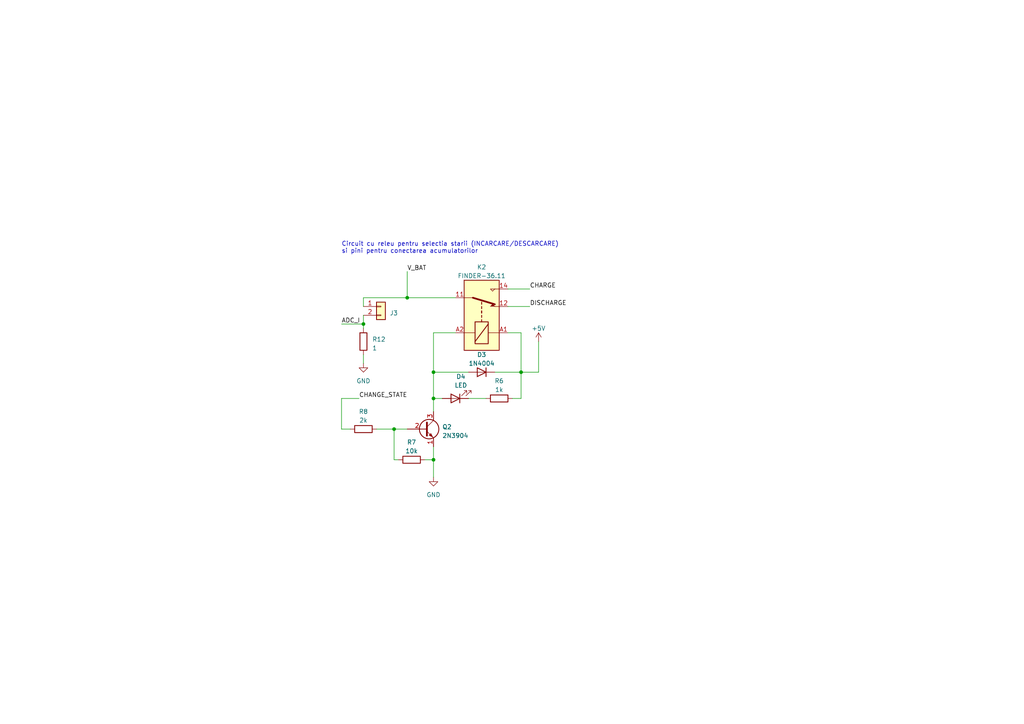
<source format=kicad_sch>
(kicad_sch (version 20230121) (generator eeschema)
  (paper "A4")
  (lib_symbols
    (symbol "Connector_Generic:Conn_01x02" (pin_names (offset 1.016) hide)
      (property "Reference" "J" (at 0 2.54 0))
      (property "Value" "Conn_01x02" (at 0 -5.08 0))
      (symbol "Conn_01x02_1_1"
        (rectangle (start -1.27 -2.413) (end 0 -2.667) (stroke (width 0.1524)))
        (rectangle (start -1.27 0.127) (end 0 -0.127) (stroke (width 0.1524)))
        (rectangle (start -1.27 1.27) (end 1.27 -3.81) (stroke (width 0.254)) (fill (type background)))
        (pin passive line (at -5.08 0 0) (length 3.81) (name "Pin_1") (number "1"))
        (pin passive line (at -5.08 -2.54 0) (length 3.81) (name "Pin_2") (number "2"))
      )
    )
    (symbol "Device:LED" (pin_numbers hide) (pin_names (offset 1.016) hide)
      (property "Reference" "D" (at 0 2.54 0))
      (property "Value" "LED" (at 0 -2.54 0))
      (symbol "LED_0_1"
        (polyline (pts (xy -1.27 -1.27) (xy -1.27 1.27)) (stroke (width 0.254)))
        (polyline (pts (xy -1.27 0) (xy 1.27 0)))
        (polyline (pts (xy 1.27 -1.27) (xy 1.27 1.27) (xy -1.27 0) (xy 1.27 -1.27)) (stroke (width 0.254)))
        (polyline (pts (xy -3.048 -0.762) (xy -4.572 -2.286) (xy -3.81 -2.286) (xy -4.572 -2.286) (xy -4.572 -1.524)))
        (polyline (pts (xy -1.778 -0.762) (xy -3.302 -2.286) (xy -2.54 -2.286) (xy -3.302 -2.286) (xy -3.302 -1.524)))
      )
      (symbol "LED_1_1"
        (pin passive line (at -3.81 0 0) (length 2.54) (name "K") (number "1"))
        (pin passive line (at 3.81 0 180) (length 2.54) (name "A") (number "2"))
      )
    )
    (symbol "Device:R" (pin_numbers hide) (pin_names (offset 0))
      (property "Reference" "R" (at 2.032 0 90))
      (property "Value" "R" (at 0 0 90))
      (symbol "R_0_1"
        (rectangle (start -1.016 -2.54) (end 1.016 2.54) (stroke (width 0.254)))
      )
      (symbol "R_1_1"
        (pin passive line (at 0 3.81 270) (length 1.27) (name "~") (number "1"))
        (pin passive line (at 0 -3.81 90) (length 1.27) (name "~") (number "2"))
      )
    )
    (symbol "Diode:1N4004" (pin_numbers hide) (pin_names hide)
      (property "Reference" "D" (at 0 2.54 0))
      (property "Value" "1N4004" (at 0 -2.54 0))
      (symbol "1N4004_0_1"
        (polyline (pts (xy -1.27 1.27) (xy -1.27 -1.27)) (stroke (width 0.254)))
        (polyline (pts (xy 1.27 0) (xy -1.27 0)))
        (polyline (pts (xy 1.27 1.27) (xy 1.27 -1.27) (xy -1.27 0) (xy 1.27 1.27)) (stroke (width 0.254)))
      )
      (symbol "1N4004_1_1"
        (pin passive line (at -3.81 0 0) (length 2.54) (name "K") (number "1"))
        (pin passive line (at 3.81 0 180) (length 2.54) (name "A") (number "2"))
      )
    )
    (symbol "Relay:FINDER-36.11"
      (property "Reference" "K" (at 11.43 3.81 0))
      (property "Value" "FINDER-36.11" (at 11.43 1.27 0))
      (symbol "FINDER-36.11_0_0"
        (polyline (pts (xy 2.54 3.81) (xy 2.54 5.08)))
        (polyline (pts (xy 7.62 3.81) (xy 7.62 5.08)))
        (polyline (pts (xy 7.62 3.81) (xy 7.62 2.54) (xy 6.985 3.175) (xy 7.62 3.81)))
      )
      (symbol "FINDER-36.11_0_1"
        (rectangle (start -10.16 5.08) (end 10.16 -5.08) (stroke (width 0.254)) (fill (type background)))
        (rectangle (start -8.255 1.905) (end -1.905 -1.905) (stroke (width 0.254)))
        (polyline (pts (xy -7.62 -1.905) (xy -2.54 1.905)) (stroke (width 0.254)))
        (polyline (pts (xy -5.08 -5.08) (xy -5.08 -1.905)))
        (polyline (pts (xy -5.08 5.08) (xy -5.08 1.905)))
        (polyline (pts (xy -1.905 0) (xy -1.27 0)) (stroke (width 0.254)))
        (polyline (pts (xy -0.635 0) (xy 0 0)) (stroke (width 0.254)))
        (polyline (pts (xy 0.635 0) (xy 1.27 0)) (stroke (width 0.254)))
        (polyline (pts (xy 0.635 0) (xy 1.27 0)) (stroke (width 0.254)))
        (polyline (pts (xy 1.905 0) (xy 2.54 0)) (stroke (width 0.254)))
        (polyline (pts (xy 3.175 0) (xy 3.81 0)) (stroke (width 0.254)))
        (polyline (pts (xy 5.08 -2.54) (xy 3.175 3.81)) (stroke (width 0.508)))
        (polyline (pts (xy 5.08 -2.54) (xy 5.08 -5.08)))
        (polyline (pts (xy 2.54 2.54) (xy 3.175 3.175) (xy 2.54 3.81)) (fill (type outline)))
      )
      (symbol "FINDER-36.11_1_1"
        (pin passive line (at 5.08 -7.62 90) (length 2.54) (name "~") (number "11"))
        (pin passive line (at 2.54 7.62 270) (length 2.54) (name "~") (number "12"))
        (pin passive line (at 7.62 7.62 270) (length 2.54) (name "~") (number "14"))
        (pin passive line (at -5.08 7.62 270) (length 2.54) (name "~") (number "A1"))
        (pin passive line (at -5.08 -7.62 90) (length 2.54) (name "~") (number "A2"))
      )
    )
    (symbol "Transistor_BJT:2N3904" (pin_names (offset 0) hide)
      (property "Reference" "Q" (at 5.08 1.905 0))
      (property "Value" "2N3904" (at 5.08 0 0))
      (symbol "2N3904_0_1"
        (polyline (pts (xy 0.635 0.635) (xy 2.54 2.54)))
        (polyline (pts (xy 0.635 -0.635) (xy 2.54 -2.54) (xy 2.54 -2.54)))
        (polyline (pts (xy 0.635 1.905) (xy 0.635 -1.905) (xy 0.635 -1.905)) (stroke (width 0.508)))
        (polyline (pts (xy 1.27 -1.778) (xy 1.778 -1.27) (xy 2.286 -2.286) (xy 1.27 -1.778) (xy 1.27 -1.778)) (fill (type outline)))
        (circle (center 1.27 0) (radius 2.8194) (stroke (width 0.254)))
      )
      (symbol "2N3904_1_1"
        (pin passive line (at 2.54 -5.08 90) (length 2.54) (name "E") (number "1"))
        (pin passive line (at -5.08 0 0) (length 5.715) (name "B") (number "2"))
        (pin passive line (at 2.54 5.08 270) (length 2.54) (name "C") (number "3"))
      )
    )
    (symbol "power:+5V" (power) (pin_names (offset 0))
      (property "Value" "+5V" (at 0 3.556 0))
      (symbol "+5V_0_1"
        (polyline (pts (xy -0.762 1.27) (xy 0 2.54)))
        (polyline (pts (xy 0 0) (xy 0 2.54)))
        (polyline (pts (xy 0 2.54) (xy 0.762 1.27)))
      )
      (symbol "+5V_1_1"
        (pin power_in line (at 0 0 90) (length 0) hide (name "+5V") (number "1"))
      )
    )
    (symbol "power:GND" (power) (pin_names (offset 0))
      (property "Value" "GND" (at 0 -3.81 0))
      (symbol "GND_0_1"
        (polyline (pts (xy 0 0) (xy 0 -1.27) (xy 1.27 -1.27) (xy 0 -2.54) (xy -1.27 -1.27) (xy 0 -1.27)))
      )
      (symbol "GND_1_1"
        (pin power_in line (at 0 0 270) (length 0) hide (name "GND") (number "1"))
      )
    )
  )
  (junction (at 125.73 115.57))
  (junction (at 125.73 107.95))
  (junction (at 151.13 107.95))
  (junction (at 105.41 93.98))
  (junction (at 125.73 133.35))
  (junction (at 118.11 86.36))
  (junction (at 114.3 124.46))
  (wire (pts (xy 99.06 124.46) (xy 101.6 124.46)))
  (wire (pts (xy 125.73 107.95) (xy 135.89 107.95)))
  (wire (pts (xy 125.73 115.57) (xy 128.27 115.57)))
  (wire (pts (xy 99.06 115.57) (xy 99.06 124.46)))
  (wire (pts (xy 151.13 107.95) (xy 156.21 107.95)))
  (wire (pts (xy 135.89 115.57) (xy 140.97 115.57)))
  (wire (pts (xy 125.73 133.35) (xy 125.73 138.43)))
  (wire (pts (xy 143.51 107.95) (xy 151.13 107.95)))
  (wire (pts (xy 118.11 86.36) (xy 105.41 86.36)))
  (wire (pts (xy 105.41 91.44) (xy 105.41 93.98)))
  (wire (pts (xy 151.13 96.52) (xy 151.13 107.95)))
  (wire (pts (xy 114.3 124.46) (xy 114.3 133.35)))
  (wire (pts (xy 151.13 107.95) (xy 151.13 115.57)))
  (wire (pts (xy 118.11 86.36) (xy 132.08 86.36)))
  (wire (pts (xy 118.11 78.74) (xy 118.11 86.36)))
  (wire (pts (xy 147.32 88.9) (xy 153.67 88.9)))
  (wire (pts (xy 105.41 102.87) (xy 105.41 105.41)))
  (wire (pts (xy 99.06 93.98) (xy 105.41 93.98)))
  (wire (pts (xy 147.32 96.52) (xy 151.13 96.52)))
  (wire (pts (xy 147.32 83.82) (xy 153.67 83.82)))
  (wire (pts (xy 118.11 124.46) (xy 114.3 124.46)))
  (wire (pts (xy 105.41 86.36) (xy 105.41 88.9)))
  (wire (pts (xy 156.21 99.06) (xy 156.21 107.95)))
  (wire (pts (xy 105.41 93.98) (xy 105.41 95.25)))
  (wire (pts (xy 125.73 115.57) (xy 125.73 119.38)))
  (wire (pts (xy 125.73 107.95) (xy 125.73 115.57)))
  (wire (pts (xy 123.19 133.35) (xy 125.73 133.35)))
  (wire (pts (xy 109.22 124.46) (xy 114.3 124.46)))
  (wire (pts (xy 132.08 96.52) (xy 125.73 96.52)))
  (wire (pts (xy 104.14 115.57) (xy 99.06 115.57)))
  (wire (pts (xy 148.59 115.57) (xy 151.13 115.57)))
  (wire (pts (xy 125.73 96.52) (xy 125.73 107.95)))
  (wire (pts (xy 114.3 133.35) (xy 115.57 133.35)))
  (wire (pts (xy 125.73 129.54) (xy 125.73 133.35)))
  (text "Circuit cu releu pentru selectia starii (INCARCARE/DESCARCARE)\nsi pini pentru conectarea acumulatorilor" (at 99.06 73.66 0) (effects (font (size 1.27 1.27)) (justify left bottom)))
  (label "ADC_I" (at 99.06 93.98 0))
  (label "V_BAT" (at 118.11 78.74 0))
  (label "CHARGE" (at 153.67 83.82 0))
  (label "CHANGE_STATE" (at 104.14 115.57 0))
  (label "DISCHARGE" (at 153.67 88.9 0))
  (symbol (lib_id "Device:LED") (at 132.08 115.57 180) (unit 1)
    (property "Reference" "D4" (at 133.6675 109.22 0))
    (property "Value" "LED" (at 133.6675 111.76 0))
    (property "Footprint" "LED_SMD:LED_1206_3216Metric" (effects hide))
  )
  (symbol (lib_id "Relay:FINDER-36.11") (at 139.7 91.44 270) (mirror x) (unit 1)
    (property "Reference" "K2" (at 139.7 77.47 90))
    (property "Value" "FINDER-36.11" (at 139.7 80.01 90))
    (property "Footprint" "Relay_THT:Relay_SPDT_Finder_36.11" (effects hide))
    (property "Datasheet" "https://gfinder.findernet.com/public/attachments/36/EN/S36EN.pdf" (effects hide))
    (instances (project "First_sketch_licenta" (path "" (reference "K2") (unit 1)) (path "" (reference "K1") (unit 1))))
  )
  (symbol (lib_id "power:GND") (at 125.73 138.43 0) (unit 1)
    (property "Reference" "#PWR07" (effects hide))
    (property "Value" "GND" (at 125.73 143.51 0))
    (instances (project "First_sketch_licenta" (path "" (reference "#PWR07") (unit 1)) (path "" (reference "#PWR032") (unit 1))))
  )
  (symbol (lib_id "power:GND") (at 105.41 105.41 0) (unit 1)
    (property "Reference" "#PWR03" (effects hide))
    (property "Value" "GND" (at 105.41 110.49 0))
    (instances (project "First_sketch_licenta" (path "" (reference "#PWR03") (unit 1)) (path "" (reference "#PWR011") (unit 1))))
  )
  (symbol (lib_id "Diode:1N4004") (at 139.7 107.95 180) (unit 1)
    (property "Reference" "D3" (at 139.7 102.87 0))
    (property "Value" "1N4004" (at 139.7 105.41 0))
    (property "Footprint" "Diode_SMD:D_1206_3216Metric" (effects hide))
    (property "Datasheet" "http://www.vishay.com/docs/88503/1n4001.pdf" (effects hide))
    (property "Sim.Device" "D" (effects hide))
    (property "Sim.Pins" "1=K 2=A" (effects hide))
  )
  (symbol (lib_id "Device:R") (at 105.41 99.06 180) (unit 1)
    (property "Reference" "R12" (at 107.95 98.425 0) (effects (justify right)))
    (property "Value" "1" (at 107.95 100.965 0) (effects (justify right)))
    (property "Footprint" "Resistor_SMD:R_2512_6332Metric" (effects hide))
  )
  (symbol (lib_id "Device:R") (at 144.78 115.57 90) (unit 1)
    (property "Reference" "R6" (at 144.78 110.49 90))
    (property "Value" "1k" (at 144.78 113.03 90))
    (property "Footprint" "Resistor_SMD:R_1206_3216Metric" (effects hide))
  )
  (symbol (lib_id "Connector_Generic:Conn_01x02") (at 110.49 88.9 0) (unit 1)
    (property "Reference" "J3" (at 113.03 90.805 0) (effects (justify left)))
    (property "Value" "ACUMULATOR" (effects hide))
    (property "Footprint" "Connector_PinHeader_2.00mm:PinHeader_1x02_P2.00mm_Vertical" (effects hide))
    (instances (project "First_sketch_licenta" (path "" (reference "J3") (unit 1)) (path "" (reference "J5") (unit 1))))
  )
  (symbol (lib_id "Transistor_BJT:2N3904") (at 123.19 124.46 0) (unit 1)
    (property "Reference" "Q2" (at 128.27 123.825 0) (effects (justify left)))
    (property "Value" "2N3904" (at 128.27 126.365 0) (effects (justify left)))
    (property "Footprint" "Package_TO_SOT_THT:TO-92_Inline" (effects hide))
    (property "Datasheet" "https://www.onsemi.com/pub/Collateral/2N3903-D.PDF" (effects hide))
    (instances (project "First_sketch_licenta" (path "" (reference "Q2") (unit 1)) (path "" (reference "Q3") (unit 1))))
  )
  (symbol (lib_id "Device:R") (at 105.41 124.46 90) (unit 1)
    (property "Reference" "R8" (at 105.41 119.38 90))
    (property "Value" "2k" (at 105.41 121.92 90))
    (property "Footprint" "Resistor_SMD:R_1206_3216Metric" (effects hide))
  )
  (symbol (lib_id "power:+5V") (at 156.21 99.06 0) (unit 1)
    (property "Reference" "#PWR028" (effects hide))
    (property "Value" "+5V" (at 156.21 95.25 0))
    (instances (project "First_sketch_licenta" (path "" (reference "#PWR028") (unit 1)) (path "" (reference "#PWR038") (unit 1))))
  )
  (symbol (lib_id "Device:R") (at 119.38 133.35 90) (unit 1)
    (property "Reference" "R7" (at 119.38 128.27 90))
    (property "Value" "10k" (at 119.38 130.81 90))
    (property "Footprint" "Resistor_SMD:R_1206_3216Metric" (effects hide))
  )
)
</source>
